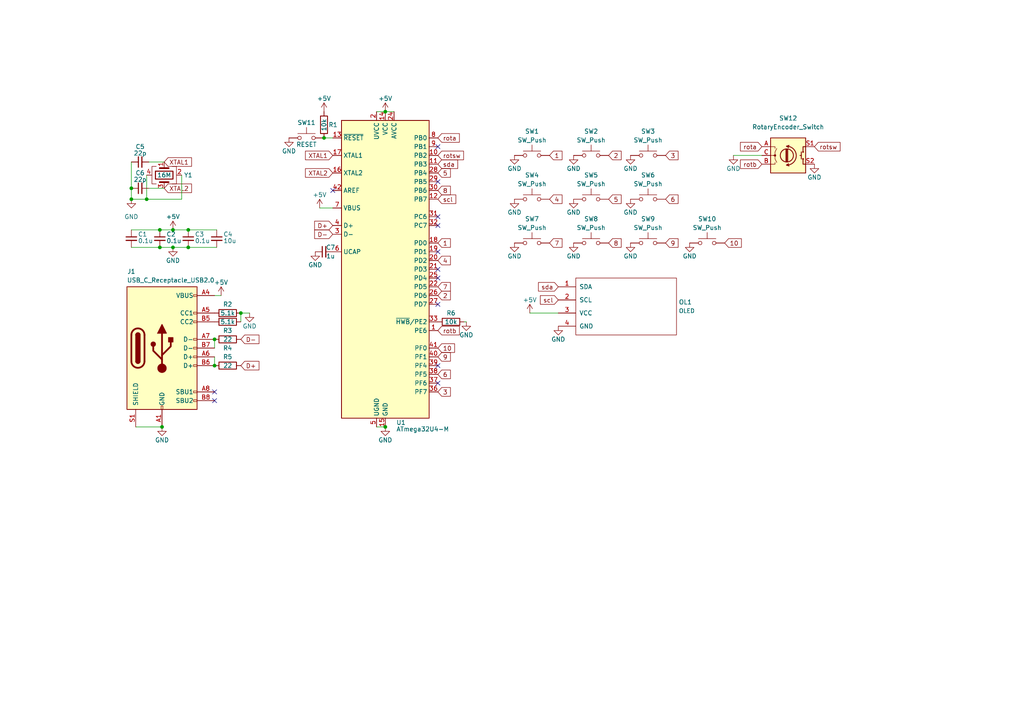
<source format=kicad_sch>
(kicad_sch (version 20211123) (generator eeschema)
  (paper "A4")
  (lib_symbols
    (symbol "42Keebs:OLED" (pin_names (offset 1.016))
      (property "Reference" "OL" (at 0 2.54 0))
      (property "Value" "OLED" (at 0 -1.27 0))
      (symbol "OLED_0_1"
        (rectangle (start -13.97 8.89) (end 15.24 -7.62))
      )
      (symbol "OLED_1_1"
        (pin bidirectional line (at -19.05 6.35 0) (length 5.08) (name "SDA") (number "1"))
        (pin bidirectional line (at -19.05 2.54 0) (length 5.08) (name "SCL") (number "2"))
        (pin power_in line (at -19.05 -1.27 0) (length 5.08) (name "VCC") (number "3"))
        (pin power_in line (at -19.05 -5.08 0) (length 5.08) (name "GND") (number "4"))
      )
    )
    (symbol "Connector:USB_C_Receptacle_USB2.0" (pin_names (offset 1.016))
      (property "Reference" "J" (at -10.16 19.05 0))
      (property "Value" "USB_C_Receptacle_USB2.0" (at 19.05 19.05 0))
      (symbol "USB_C_Receptacle_USB2.0_0_0"
        (rectangle (start -0.254 -17.78) (end 0.254 -16.764))
        (rectangle (start 10.16 -14.986) (end 9.144 -15.494))
        (rectangle (start 10.16 -12.446) (end 9.144 -12.954))
        (rectangle (start 10.16 -4.826) (end 9.144 -5.334))
        (rectangle (start 10.16 -2.286) (end 9.144 -2.794))
        (rectangle (start 10.16 0.254) (end 9.144 -0.254))
        (rectangle (start 10.16 2.794) (end 9.144 2.286))
        (rectangle (start 10.16 7.874) (end 9.144 7.366))
        (rectangle (start 10.16 10.414) (end 9.144 9.906))
        (rectangle (start 10.16 15.494) (end 9.144 14.986))
      )
      (symbol "USB_C_Receptacle_USB2.0_0_1"
        (rectangle (start -10.16 17.78) (end 10.16 -17.78) (stroke (width 0.254)) (fill (type background)))
        (arc (start -8.89 -3.81) (mid -6.985 -5.715) (end -5.08 -3.81) (stroke (width 0.508)))
        (arc (start -7.62 -3.81) (mid -6.985 -4.445) (end -6.35 -3.81) (stroke (width 0.254)))
        (arc (start -7.62 -3.81) (mid -6.985 -4.445) (end -6.35 -3.81) (stroke (width 0.254)) (fill (type outline)))
        (rectangle (start -7.62 -3.81) (end -6.35 3.81) (stroke (width 0.254)) (fill (type outline)))
        (arc (start -6.35 3.81) (mid -6.985 4.445) (end -7.62 3.81) (stroke (width 0.254)))
        (arc (start -6.35 3.81) (mid -6.985 4.445) (end -7.62 3.81) (stroke (width 0.254)) (fill (type outline)))
        (arc (start -5.08 3.81) (mid -6.985 5.715) (end -8.89 3.81) (stroke (width 0.508)))
        (circle (center -2.54 1.143) (radius 0.635) (stroke (width 0.254)) (fill (type outline)))
        (circle (center 0 -5.842) (radius 1.27) (fill (type outline)))
        (polyline (pts (xy -8.89 -3.81) (xy -8.89 3.81)) (stroke (width 0.508)))
        (polyline (pts (xy -5.08 3.81) (xy -5.08 -3.81)) (stroke (width 0.508)))
        (polyline (pts (xy 0 -5.842) (xy 0 4.318)) (stroke (width 0.508)))
        (polyline (pts (xy 0 -3.302) (xy -2.54 -0.762) (xy -2.54 0.508)) (stroke (width 0.508)))
        (polyline (pts (xy 0 -2.032) (xy 2.54 0.508) (xy 2.54 1.778)) (stroke (width 0.508)))
        (polyline (pts (xy -1.27 4.318) (xy 0 6.858) (xy 1.27 4.318) (xy -1.27 4.318)) (stroke (width 0.254)) (fill (type outline)))
        (rectangle (start 1.905 1.778) (end 3.175 3.048) (stroke (width 0.254)) (fill (type outline)))
      )
      (symbol "USB_C_Receptacle_USB2.0_1_1"
        (pin passive line (at 0 -22.86 90) (length 5.08) (name "GND") (number "A1"))
        (pin passive line (at 0 -22.86 90) (length 5.08) hide (name "GND") (number "A12"))
        (pin passive line (at 15.24 15.24 180) (length 5.08) (name "VBUS") (number "A4"))
        (pin bidirectional line (at 15.24 10.16 180) (length 5.08) (name "CC1") (number "A5"))
        (pin bidirectional line (at 15.24 -2.54 180) (length 5.08) (name "D+") (number "A6"))
        (pin bidirectional line (at 15.24 2.54 180) (length 5.08) (name "D-") (number "A7"))
        (pin bidirectional line (at 15.24 -12.7 180) (length 5.08) (name "SBU1") (number "A8"))
        (pin passive line (at 15.24 15.24 180) (length 5.08) hide (name "VBUS") (number "A9"))
        (pin passive line (at 0 -22.86 90) (length 5.08) hide (name "GND") (number "B1"))
        (pin passive line (at 0 -22.86 90) (length 5.08) hide (name "GND") (number "B12"))
        (pin passive line (at 15.24 15.24 180) (length 5.08) hide (name "VBUS") (number "B4"))
        (pin bidirectional line (at 15.24 7.62 180) (length 5.08) (name "CC2") (number "B5"))
        (pin bidirectional line (at 15.24 -5.08 180) (length 5.08) (name "D+") (number "B6"))
        (pin bidirectional line (at 15.24 0 180) (length 5.08) (name "D-") (number "B7"))
        (pin bidirectional line (at 15.24 -15.24 180) (length 5.08) (name "SBU2") (number "B8"))
        (pin passive line (at 15.24 15.24 180) (length 5.08) hide (name "VBUS") (number "B9"))
        (pin passive line (at -7.62 -22.86 90) (length 5.08) (name "SHIELD") (number "S1"))
      )
    )
    (symbol "Device:C_Small" (pin_numbers hide) (pin_names (offset 0.254) hide)
      (property "Reference" "C" (at 0.254 1.778 0))
      (property "Value" "C_Small" (at 0.254 -2.032 0))
      (symbol "C_Small_0_1"
        (polyline (pts (xy -1.524 -0.508) (xy 1.524 -0.508)) (stroke (width 0.3302)))
        (polyline (pts (xy -1.524 0.508) (xy 1.524 0.508)) (stroke (width 0.3048)))
      )
      (symbol "C_Small_1_1"
        (pin passive line (at 0 2.54 270) (length 2.032) (name "~") (number "1"))
        (pin passive line (at 0 -2.54 90) (length 2.032) (name "~") (number "2"))
      )
    )
    (symbol "Device:Crystal_GND24" (pin_names (offset 1.016) hide)
      (property "Reference" "Y" (at 3.175 5.08 0))
      (property "Value" "Crystal_GND24" (at 3.175 3.175 0))
      (symbol "Crystal_GND24_0_1"
        (rectangle (start -1.143 2.54) (end 1.143 -2.54) (stroke (width 0.3048)))
        (polyline (pts (xy -2.54 0) (xy -2.032 0)))
        (polyline (pts (xy -2.032 -1.27) (xy -2.032 1.27)) (stroke (width 0.508)))
        (polyline (pts (xy 0 -3.81) (xy 0 -3.556)))
        (polyline (pts (xy 0 3.556) (xy 0 3.81)))
        (polyline (pts (xy 2.032 -1.27) (xy 2.032 1.27)) (stroke (width 0.508)))
        (polyline (pts (xy 2.032 0) (xy 2.54 0)))
        (polyline (pts (xy -2.54 -2.286) (xy -2.54 -3.556) (xy 2.54 -3.556) (xy 2.54 -2.286)))
        (polyline (pts (xy -2.54 2.286) (xy -2.54 3.556) (xy 2.54 3.556) (xy 2.54 2.286)))
      )
      (symbol "Crystal_GND24_1_1"
        (pin passive line (at -3.81 0 0) (length 1.27) (name "1") (number "1"))
        (pin passive line (at 0 5.08 270) (length 1.27) (name "2") (number "2"))
        (pin passive line (at 3.81 0 180) (length 1.27) (name "3") (number "3"))
        (pin passive line (at 0 -5.08 90) (length 1.27) (name "4") (number "4"))
      )
    )
    (symbol "Device:R" (pin_numbers hide) (pin_names (offset 0))
      (property "Reference" "R" (at 2.032 0 90))
      (property "Value" "R" (at 0 0 90))
      (symbol "R_0_1"
        (rectangle (start -1.016 -2.54) (end 1.016 2.54) (stroke (width 0.254)))
      )
      (symbol "R_1_1"
        (pin passive line (at 0 3.81 270) (length 1.27) (name "~") (number "1"))
        (pin passive line (at 0 -3.81 90) (length 1.27) (name "~") (number "2"))
      )
    )
    (symbol "Device:RotaryEncoder_Switch" (pin_names (offset 0.254) hide)
      (property "Reference" "SW" (at 0 6.604 0))
      (property "Value" "RotaryEncoder_Switch" (at 0 -6.604 0))
      (symbol "RotaryEncoder_Switch_0_1"
        (rectangle (start -5.08 5.08) (end 5.08 -5.08) (stroke (width 0.254)) (fill (type background)))
        (circle (center -3.81 0) (radius 0.254) (fill (type outline)))
        (arc (start -0.381 -2.794) (mid 2.3622 -0.0508) (end -0.381 2.667) (stroke (width 0.254)))
        (circle (center -0.381 0) (radius 1.905) (stroke (width 0.254)))
        (polyline (pts (xy -0.635 -1.778) (xy -0.635 1.778)) (stroke (width 0.254)))
        (polyline (pts (xy -0.381 -1.778) (xy -0.381 1.778)) (stroke (width 0.254)))
        (polyline (pts (xy -0.127 1.778) (xy -0.127 -1.778)) (stroke (width 0.254)))
        (polyline (pts (xy 3.81 0) (xy 3.429 0)) (stroke (width 0.254)))
        (polyline (pts (xy 3.81 1.016) (xy 3.81 -1.016)) (stroke (width 0.254)))
        (polyline (pts (xy -5.08 -2.54) (xy -3.81 -2.54) (xy -3.81 -2.032)))
        (polyline (pts (xy -5.08 2.54) (xy -3.81 2.54) (xy -3.81 2.032)))
        (polyline (pts (xy 0.254 -3.048) (xy -0.508 -2.794) (xy 0.127 -2.413)) (stroke (width 0.254)))
        (polyline (pts (xy 0.254 2.921) (xy -0.508 2.667) (xy 0.127 2.286)) (stroke (width 0.254)))
        (polyline (pts (xy 5.08 -2.54) (xy 4.318 -2.54) (xy 4.318 -1.016)) (stroke (width 0.254)))
        (polyline (pts (xy 5.08 2.54) (xy 4.318 2.54) (xy 4.318 1.016)) (stroke (width 0.254)))
        (polyline (pts (xy -5.08 0) (xy -3.81 0) (xy -3.81 -1.016) (xy -3.302 -2.032)))
        (polyline (pts (xy -4.318 0) (xy -3.81 0) (xy -3.81 1.016) (xy -3.302 2.032)))
        (circle (center 4.318 -1.016) (radius 0.127) (stroke (width 0.254)))
        (circle (center 4.318 1.016) (radius 0.127) (stroke (width 0.254)))
      )
      (symbol "RotaryEncoder_Switch_1_1"
        (pin passive line (at -7.62 2.54 0) (length 2.54) (name "A") (number "A"))
        (pin passive line (at -7.62 -2.54 0) (length 2.54) (name "B") (number "B"))
        (pin passive line (at -7.62 0 0) (length 2.54) (name "C") (number "C"))
        (pin passive line (at 7.62 2.54 180) (length 2.54) (name "S1") (number "S1"))
        (pin passive line (at 7.62 -2.54 180) (length 2.54) (name "S2") (number "S2"))
      )
    )
    (symbol "MCU_Microchip_ATmega:ATmega32U4-M"
      (property "Reference" "U" (at -12.7 44.45 0))
      (property "Value" "ATmega32U4-M" (at 2.54 -44.45 0))
      (symbol "ATmega32U4-M_0_1"
        (rectangle (start -12.7 -43.18) (end 12.7 43.18) (stroke (width 0.254)) (fill (type background)))
      )
      (symbol "ATmega32U4-M_1_1"
        (pin bidirectional line (at 15.24 -17.78 180) (length 2.54) (name "PE6") (number "1"))
        (pin bidirectional line (at 15.24 33.02 180) (length 2.54) (name "PB2") (number "10"))
        (pin bidirectional line (at 15.24 30.48 180) (length 2.54) (name "PB3") (number "11"))
        (pin bidirectional line (at 15.24 20.32 180) (length 2.54) (name "PB7") (number "12"))
        (pin input line (at -15.24 38.1 0) (length 2.54) (name "~{RESET}") (number "13"))
        (pin power_in line (at 0 45.72 270) (length 2.54) (name "VCC") (number "14"))
        (pin power_in line (at 0 -45.72 90) (length 2.54) (name "GND") (number "15"))
        (pin output line (at -15.24 27.94 0) (length 2.54) (name "XTAL2") (number "16"))
        (pin input line (at -15.24 33.02 0) (length 2.54) (name "XTAL1") (number "17"))
        (pin bidirectional line (at 15.24 7.62 180) (length 2.54) (name "PD0") (number "18"))
        (pin bidirectional line (at 15.24 5.08 180) (length 2.54) (name "PD1") (number "19"))
        (pin power_in line (at -2.54 45.72 270) (length 2.54) (name "UVCC") (number "2"))
        (pin bidirectional line (at 15.24 2.54 180) (length 2.54) (name "PD2") (number "20"))
        (pin bidirectional line (at 15.24 0 180) (length 2.54) (name "PD3") (number "21"))
        (pin bidirectional line (at 15.24 -5.08 180) (length 2.54) (name "PD5") (number "22"))
        (pin passive line (at 0 -45.72 90) (length 2.54) hide (name "GND") (number "23"))
        (pin power_in line (at 2.54 45.72 270) (length 2.54) (name "AVCC") (number "24"))
        (pin bidirectional line (at 15.24 -2.54 180) (length 2.54) (name "PD4") (number "25"))
        (pin bidirectional line (at 15.24 -7.62 180) (length 2.54) (name "PD6") (number "26"))
        (pin bidirectional line (at 15.24 -10.16 180) (length 2.54) (name "PD7") (number "27"))
        (pin bidirectional line (at 15.24 27.94 180) (length 2.54) (name "PB4") (number "28"))
        (pin bidirectional line (at 15.24 25.4 180) (length 2.54) (name "PB5") (number "29"))
        (pin bidirectional line (at -15.24 10.16 0) (length 2.54) (name "D-") (number "3"))
        (pin bidirectional line (at 15.24 22.86 180) (length 2.54) (name "PB6") (number "30"))
        (pin bidirectional line (at 15.24 15.24 180) (length 2.54) (name "PC6") (number "31"))
        (pin bidirectional line (at 15.24 12.7 180) (length 2.54) (name "PC7") (number "32"))
        (pin bidirectional line (at 15.24 -15.24 180) (length 2.54) (name "~{HWB}/PE2") (number "33"))
        (pin passive line (at 0 45.72 270) (length 2.54) hide (name "VCC") (number "34"))
        (pin passive line (at 0 -45.72 90) (length 2.54) hide (name "GND") (number "35"))
        (pin bidirectional line (at 15.24 -35.56 180) (length 2.54) (name "PF7") (number "36"))
        (pin bidirectional line (at 15.24 -33.02 180) (length 2.54) (name "PF6") (number "37"))
        (pin bidirectional line (at 15.24 -30.48 180) (length 2.54) (name "PF5") (number "38"))
        (pin bidirectional line (at 15.24 -27.94 180) (length 2.54) (name "PF4") (number "39"))
        (pin bidirectional line (at -15.24 12.7 0) (length 2.54) (name "D+") (number "4"))
        (pin bidirectional line (at 15.24 -25.4 180) (length 2.54) (name "PF1") (number "40"))
        (pin bidirectional line (at 15.24 -22.86 180) (length 2.54) (name "PF0") (number "41"))
        (pin passive line (at -15.24 22.86 0) (length 2.54) (name "AREF") (number "42"))
        (pin passive line (at 0 -45.72 90) (length 2.54) hide (name "GND") (number "43"))
        (pin passive line (at 2.54 45.72 270) (length 2.54) hide (name "AVCC") (number "44"))
        (pin passive line (at 0 -45.72 90) (length 2.54) hide (name "GND") (number "45"))
        (pin passive line (at -2.54 -45.72 90) (length 2.54) (name "UGND") (number "5"))
        (pin passive line (at -15.24 5.08 0) (length 2.54) (name "UCAP") (number "6"))
        (pin input line (at -15.24 17.78 0) (length 2.54) (name "VBUS") (number "7"))
        (pin bidirectional line (at 15.24 38.1 180) (length 2.54) (name "PB0") (number "8"))
        (pin bidirectional line (at 15.24 35.56 180) (length 2.54) (name "PB1") (number "9"))
      )
    )
    (symbol "Switch:SW_Push" (pin_numbers hide) (pin_names (offset 1.016) hide)
      (property "Reference" "SW" (at 1.27 2.54 0))
      (property "Value" "SW_Push" (at 0 -1.524 0))
      (symbol "SW_Push_0_1"
        (circle (center -2.032 0) (radius 0.508))
        (polyline (pts (xy 0 1.27) (xy 0 3.048)))
        (polyline (pts (xy 2.54 1.27) (xy -2.54 1.27)))
        (circle (center 2.032 0) (radius 0.508))
        (pin passive line (at -5.08 0 0) (length 2.54) (name "1") (number "1"))
        (pin passive line (at 5.08 0 180) (length 2.54) (name "2") (number "2"))
      )
    )
    (symbol "power:+5V" (power) (pin_names (offset 0))
      (property "Value" "+5V" (at 0 3.556 0))
      (symbol "+5V_0_1"
        (polyline (pts (xy -0.762 1.27) (xy 0 2.54)))
        (polyline (pts (xy 0 0) (xy 0 2.54)))
        (polyline (pts (xy 0 2.54) (xy 0.762 1.27)))
      )
      (symbol "+5V_1_1"
        (pin power_in line (at 0 0 90) (length 0) hide (name "+5V") (number "1"))
      )
    )
    (symbol "power:GND" (power) (pin_names (offset 0))
      (property "Value" "GND" (at 0 -3.81 0))
      (symbol "GND_0_1"
        (polyline (pts (xy 0 0) (xy 0 -1.27) (xy 1.27 -1.27) (xy 0 -2.54) (xy -1.27 -1.27) (xy 0 -1.27)))
      )
      (symbol "GND_1_1"
        (pin power_in line (at 0 0 270) (length 0) hide (name "GND") (number "1"))
      )
    )
  )
  (junction (at 38.1 54.61))
  (junction (at 46.355 66.675))
  (junction (at 46.355 71.755))
  (junction (at 111.76 32.385))
  (junction (at 69.85 90.805))
  (junction (at 62.23 98.425))
  (junction (at 46.99 123.825))
  (junction (at 42.545 57.785))
  (junction (at 38.1 57.785))
  (junction (at 54.61 71.755))
  (junction (at 54.61 66.675))
  (junction (at 50.165 71.755))
  (junction (at 111.76 123.825))
  (junction (at 93.98 40.005))
  (junction (at 62.23 106.045))
  (junction (at 50.165 66.675))
  (no_connect (at 96.52 55.245))
  (no_connect (at 127 111.125))
  (no_connect (at 127 42.545))
  (no_connect (at 127 52.705))
  (no_connect (at 127 88.265))
  (no_connect (at 127 73.025))
  (no_connect (at 127 80.645))
  (no_connect (at 62.23 116.205))
  (no_connect (at 62.23 113.665))
  (no_connect (at 127 65.405))
  (no_connect (at 127 62.865))
  (no_connect (at 127 106.045))
  (no_connect (at 127 78.105))
  (wire (pts (xy 50.165 71.755) (xy 54.61 71.755)))
  (wire (pts (xy 62.23 98.425) (xy 62.23 100.965)))
  (wire (pts (xy 52.705 57.785) (xy 52.705 50.8)))
  (wire (pts (xy 64.135 85.725) (xy 62.23 85.725)))
  (wire (pts (xy 109.22 32.385) (xy 111.76 32.385)))
  (wire (pts (xy 109.22 123.825) (xy 111.76 123.825)))
  (wire (pts (xy 50.165 66.675) (xy 54.61 66.675)))
  (wire (pts (xy 46.355 66.675) (xy 50.165 66.675)))
  (wire (pts (xy 42.545 57.785) (xy 38.1 57.785)))
  (wire (pts (xy 54.61 66.675) (xy 62.865 66.675)))
  (wire (pts (xy 62.23 103.505) (xy 62.23 106.045)))
  (wire (pts (xy 38.1 71.755) (xy 46.355 71.755)))
  (wire (pts (xy 93.98 40.005) (xy 96.52 40.005)))
  (wire (pts (xy 69.85 90.805) (xy 72.39 90.805)))
  (wire (pts (xy 42.545 57.785) (xy 52.705 57.785)))
  (wire (pts (xy 92.71 60.325) (xy 96.52 60.325)))
  (wire (pts (xy 38.1 66.675) (xy 46.355 66.675)))
  (wire (pts (xy 43.18 54.61) (xy 47.625 54.61)))
  (wire (pts (xy 46.355 71.755) (xy 50.165 71.755)))
  (wire (pts (xy 135.255 93.345) (xy 134.62 93.345)))
  (wire (pts (xy 42.545 50.8) (xy 42.545 57.785)))
  (wire (pts (xy 111.76 32.385) (xy 114.3 32.385)))
  (wire (pts (xy 69.85 90.805) (xy 69.85 93.345)))
  (wire (pts (xy 212.725 45.085) (xy 220.98 45.085)))
  (wire (pts (xy 43.18 46.99) (xy 47.625 46.99)))
  (wire (pts (xy 153.67 90.805) (xy 161.925 90.805)))
  (wire (pts (xy 39.37 123.825) (xy 46.99 123.825)))
  (wire (pts (xy 54.61 71.755) (xy 62.865 71.755)))
  (wire (pts (xy 38.1 54.61) (xy 38.1 57.785)))
  (wire (pts (xy 38.1 46.99) (xy 38.1 54.61)))
  (global_label "D+" (shape input) (at 69.85 106.045 0) (property "Intersheet References" "${INTERSHEET_REFS}" (effects hide)))
  (global_label "6" (shape input) (at 127 108.585 0) (property "Intersheet References" "${INTERSHEET_REFS}" (effects hide)))
  (global_label "2" (shape input) (at 176.53 45.085 0) (property "Intersheet References" "${INTERSHEET_REFS}" (effects hide)))
  (global_label "D+" (shape input) (at 96.52 65.405 180) (property "Intersheet References" "${INTERSHEET_REFS}" (effects hide)))
  (global_label "5" (shape input) (at 127 50.165 0) (property "Intersheet References" "${INTERSHEET_REFS}" (effects hide)))
  (global_label "scl" (shape input) (at 161.925 86.995 180) (property "Intersheet References" "${INTERSHEET_REFS}" (effects hide)))
  (global_label "9" (shape input) (at 127 103.505 0) (property "Intersheet References" "${INTERSHEET_REFS}" (effects hide)))
  (global_label "8" (shape input) (at 176.53 70.485 0) (property "Intersheet References" "${INTERSHEET_REFS}" (effects hide)))
  (global_label "rotsw" (shape input) (at 127 45.085 0) (property "Intersheet References" "${INTERSHEET_REFS}" (effects hide)))
  (global_label "2" (shape input) (at 127 85.725 0) (property "Intersheet References" "${INTERSHEET_REFS}" (effects hide)))
  (global_label "sda" (shape input) (at 161.925 83.185 180) (property "Intersheet References" "${INTERSHEET_REFS}" (effects hide)))
  (global_label "6" (shape input) (at 193.04 57.785 0) (property "Intersheet References" "${INTERSHEET_REFS}" (effects hide)))
  (global_label "XTAL2" (shape input) (at 47.625 54.61 0) (property "Intersheet References" "${INTERSHEET_REFS}" (effects hide)))
  (global_label "5" (shape input) (at 176.53 57.785 0) (property "Intersheet References" "${INTERSHEET_REFS}" (effects hide)))
  (global_label "10" (shape input) (at 210.185 70.485 0) (property "Intersheet References" "${INTERSHEET_REFS}" (effects hide)))
  (global_label "7" (shape input) (at 127 83.185 0) (property "Intersheet References" "${INTERSHEET_REFS}" (effects hide)))
  (global_label "D-" (shape input) (at 96.52 67.945 180) (property "Intersheet References" "${INTERSHEET_REFS}" (effects hide)))
  (global_label "scl" (shape input) (at 127 57.785 0) (property "Intersheet References" "${INTERSHEET_REFS}" (effects hide)))
  (global_label "9" (shape input) (at 193.04 70.485 0) (property "Intersheet References" "${INTERSHEET_REFS}" (effects hide)))
  (global_label "4" (shape input) (at 159.385 57.785 0) (property "Intersheet References" "${INTERSHEET_REFS}" (effects hide)))
  (global_label "XTAL1" (shape input) (at 47.625 46.99 0) (property "Intersheet References" "${INTERSHEET_REFS}" (effects hide)))
  (global_label "sda" (shape input) (at 127 47.625 0) (property "Intersheet References" "${INTERSHEET_REFS}" (effects hide)))
  (global_label "4" (shape input) (at 127 75.565 0) (property "Intersheet References" "${INTERSHEET_REFS}" (effects hide)))
  (global_label "D-" (shape input) (at 69.85 98.425 0) (property "Intersheet References" "${INTERSHEET_REFS}" (effects hide)))
  (global_label "3" (shape input) (at 127 113.665 0) (property "Intersheet References" "${INTERSHEET_REFS}" (effects hide)))
  (global_label "rotb" (shape input) (at 220.98 47.625 180) (property "Intersheet References" "${INTERSHEET_REFS}" (effects hide)))
  (global_label "XTAL1" (shape input) (at 96.52 45.085 180) (property "Intersheet References" "${INTERSHEET_REFS}" (effects hide)))
  (global_label "rota" (shape input) (at 127 40.005 0) (property "Intersheet References" "${INTERSHEET_REFS}" (effects hide)))
  (global_label "1" (shape input) (at 127 70.485 0) (property "Intersheet References" "${INTERSHEET_REFS}" (effects hide)))
  (global_label "10" (shape input) (at 127 100.965 0) (property "Intersheet References" "${INTERSHEET_REFS}" (effects hide)))
  (global_label "7" (shape input) (at 159.385 70.485 0) (property "Intersheet References" "${INTERSHEET_REFS}" (effects hide)))
  (global_label "rotsw" (shape input) (at 236.22 42.545 0) (property "Intersheet References" "${INTERSHEET_REFS}" (effects hide)))
  (global_label "rotb" (shape input) (at 127 95.885 0) (property "Intersheet References" "${INTERSHEET_REFS}" (effects hide)))
  (global_label "3" (shape input) (at 193.04 45.085 0) (property "Intersheet References" "${INTERSHEET_REFS}" (effects hide)))
  (global_label "8" (shape input) (at 127 55.245 0) (property "Intersheet References" "${INTERSHEET_REFS}" (effects hide)))
  (global_label "rota" (shape input) (at 220.98 42.545 180) (property "Intersheet References" "${INTERSHEET_REFS}" (effects hide)))
  (global_label "XTAL2" (shape input) (at 96.52 50.165 180) (property "Intersheet References" "${INTERSHEET_REFS}" (effects hide)))
  (global_label "1" (shape input) (at 159.385 45.085 0) (property "Intersheet References" "${INTERSHEET_REFS}" (effects hide)))
  (symbol (lib_id "power:GND") (at 236.22 47.625 0) (unit 1)
    (property "Reference" "#PWR0125" (effects hide))
    (property "Value" "GND" (at 236.22 51.435 0))
  )
  (symbol (lib_id "Switch:SW_Push") (at 154.305 45.085 0) (unit 1)
    (property "Reference" "SW1" (at 154.305 38.1 0))
    (property "Value" "SW_Push" (at 154.305 40.64 0))
    (property "Footprint" "Switch_Keyboard_Hotswap_Kailh:SW_Hotswap_Kailh_MX_1.00u" (effects hide))
  )
  (symbol (lib_id "Device:C_Small") (at 38.1 69.215 0) (unit 1)
    (property "Reference" "C1" (at 40.005 67.945 0) (effects (justify left)))
    (property "Value" "0.1u" (at 40.005 69.85 0) (effects (justify left)))
    (property "Footprint" "Capacitor_SMD:C_0805_2012Metric" (effects hide))
  )
  (symbol (lib_id "power:GND") (at 161.925 94.615 0) (unit 1)
    (property "Reference" "#PWR0126" (effects hide))
    (property "Value" "GND" (at 161.925 98.425 0))
  )
  (symbol (lib_id "power:GND") (at 212.725 45.085 0) (unit 1)
    (property "Reference" "#PWR0124" (effects hide))
    (property "Value" "GND" (at 212.725 48.895 0))
  )
  (symbol (lib_id "Switch:SW_Push") (at 154.305 70.485 0) (unit 1)
    (property "Reference" "SW7" (at 154.305 63.5 0))
    (property "Value" "SW_Push" (at 154.305 66.04 0))
    (property "Footprint" "Switch_Keyboard_Hotswap_Kailh:SW_Hotswap_Kailh_MX_1.00u" (effects hide))
  )
  (symbol (lib_id "power:+5V") (at 92.71 60.325 0) (unit 1)
    (property "Reference" "#PWR0111" (effects hide))
    (property "Value" "+5V" (at 92.71 56.515 0))
  )
  (symbol (lib_id "power:GND") (at 182.88 57.785 0) (unit 1)
    (property "Reference" "#PWR0119" (effects hide))
    (property "Value" "GND" (at 182.88 61.595 0))
  )
  (symbol (lib_id "power:GND") (at 182.88 70.485 0) (unit 1)
    (property "Reference" "#PWR0120" (effects hide))
    (property "Value" "GND" (at 182.88 74.295 0))
  )
  (symbol (lib_id "power:GND") (at 149.225 57.785 0) (unit 1)
    (property "Reference" "#PWR0118" (effects hide))
    (property "Value" "GND" (at 149.225 61.595 0))
  )
  (symbol (lib_id "MCU_Microchip_ATmega:ATmega32U4-M") (at 111.76 78.105 0) (unit 1)
    (property "Reference" "U1" (at 114.935 122.555 0) (effects (justify left)))
    (property "Value" "ATmega32U4-M" (at 114.935 124.46 0) (effects (justify left)))
    (property "Footprint" "Package_DFN_QFN:QFN-44-1EP_7x7mm_P0.5mm_EP5.2x5.2mm" (effects hide))
    (property "Datasheet" "http://ww1.microchip.com/downloads/en/DeviceDoc/Atmel-7766-8-bit-AVR-ATmega16U4-32U4_Datasheet.pdf" (effects hide))
  )
  (symbol (lib_id "Device:C_Small") (at 54.61 69.215 0) (unit 1)
    (property "Reference" "C3" (at 56.515 67.945 0) (effects (justify left)))
    (property "Value" "0.1u" (at 56.515 69.85 0) (effects (justify left)))
    (property "Footprint" "Capacitor_SMD:C_0805_2012Metric" (effects hide))
  )
  (symbol (lib_id "power:GND") (at 166.37 57.785 0) (unit 1)
    (property "Reference" "#PWR0117" (effects hide))
    (property "Value" "GND" (at 166.37 61.595 0))
  )
  (symbol (lib_id "power:GND") (at 135.255 93.345 0) (unit 1)
    (property "Reference" "#PWR0112" (effects hide))
    (property "Value" "GND" (at 135.255 97.155 0))
  )
  (symbol (lib_id "Device:R") (at 130.81 93.345 90) (unit 1)
    (property "Reference" "R6" (at 130.81 90.805 90))
    (property "Value" "10k" (at 130.81 93.345 90))
    (property "Footprint" "Resistor_SMD:R_0805_2012Metric" (effects hide))
  )
  (symbol (lib_id "power:GND") (at 200.025 70.485 0) (unit 1)
    (property "Reference" "#PWR0123" (effects hide))
    (property "Value" "GND" (at 200.025 74.295 0))
  )
  (symbol (lib_id "Switch:SW_Push") (at 171.45 45.085 0) (unit 1)
    (property "Reference" "SW2" (at 171.45 38.1 0))
    (property "Value" "SW_Push" (at 171.45 40.64 0))
    (property "Footprint" "Switch_Keyboard_Hotswap_Kailh:SW_Hotswap_Kailh_MX_1.00u" (effects hide))
  )
  (symbol (lib_id "power:+5V") (at 93.98 32.385 0) (unit 1)
    (property "Reference" "#PWR0109" (effects hide))
    (property "Value" "+5V" (at 93.98 28.575 0))
  )
  (symbol (lib_id "Switch:SW_Push") (at 187.96 70.485 0) (unit 1)
    (property "Reference" "SW9" (at 187.96 63.5 0))
    (property "Value" "SW_Push" (at 187.96 66.04 0))
    (property "Footprint" "Switch_Keyboard_Hotswap_Kailh:SW_Hotswap_Kailh_MX_1.00u" (effects hide))
  )
  (symbol (lib_id "Switch:SW_Push") (at 154.305 57.785 0) (unit 1)
    (property "Reference" "SW4" (at 154.305 50.8 0))
    (property "Value" "SW_Push" (at 154.305 53.34 0))
    (property "Footprint" "Switch_Keyboard_Hotswap_Kailh:SW_Hotswap_Kailh_MX_1.00u" (effects hide))
  )
  (symbol (lib_id "Device:RotaryEncoder_Switch") (at 228.6 45.085 0) (unit 1)
    (property "Reference" "SW12" (at 228.6 34.29 0))
    (property "Value" "RotaryEncoder_Switch" (at 228.6 36.83 0))
    (property "Footprint" "Rotary_Encoder:RotaryEncoder_Alps_EC11E-Switch_Vertical_H20mm" (effects hide))
  )
  (symbol (lib_id "Switch:SW_Push") (at 88.9 40.005 0) (unit 1)
    (property "Reference" "SW11" (at 88.9 35.56 0))
    (property "Value" "RESET" (at 88.9 41.91 0))
    (property "Footprint" "Button_Switch_SMD:SW_SPST_PTS645" (effects hide))
  )
  (symbol (lib_id "power:GND") (at 149.225 45.085 0) (unit 1)
    (property "Reference" "#PWR0121" (effects hide))
    (property "Value" "GND" (at 149.225 48.895 0))
  )
  (symbol (lib_id "Device:R") (at 66.04 93.345 90) (unit 1)
    (property "Reference" "R3" (at 66.04 95.885 90))
    (property "Value" "5.1k" (at 66.04 93.345 90))
    (property "Footprint" "Resistor_SMD:R_0805_2012Metric" (effects hide))
  )
  (symbol (lib_id "Switch:SW_Push") (at 187.96 57.785 0) (unit 1)
    (property "Reference" "SW6" (at 187.96 50.8 0))
    (property "Value" "SW_Push" (at 187.96 53.34 0))
    (property "Footprint" "Switch_Keyboard_Hotswap_Kailh:SW_Hotswap_Kailh_MX_1.00u" (effects hide))
  )
  (symbol (lib_id "power:GND") (at 166.37 70.485 0) (unit 1)
    (property "Reference" "#PWR0115" (effects hide))
    (property "Value" "GND" (at 166.37 74.295 0))
  )
  (symbol (lib_id "power:+5V") (at 111.76 32.385 0) (unit 1)
    (property "Reference" "#PWR0108" (effects hide))
    (property "Value" "+5V" (at 111.76 28.575 0))
  )
  (symbol (lib_id "Switch:SW_Push") (at 171.45 57.785 0) (unit 1)
    (property "Reference" "SW5" (at 171.45 50.8 0))
    (property "Value" "SW_Push" (at 171.45 53.34 0))
    (property "Footprint" "Switch_Keyboard_Hotswap_Kailh:SW_Hotswap_Kailh_MX_1.00u" (effects hide))
  )
  (symbol (lib_id "power:GND") (at 111.76 123.825 0) (unit 1)
    (property "Reference" "#PWR0113" (effects hide))
    (property "Value" "GND" (at 111.76 127.635 0))
  )
  (symbol (lib_id "Connector:USB_C_Receptacle_USB2.0") (at 46.99 100.965 0) (unit 1)
    (property "Reference" "J1" (at 38.1 78.74 0))
    (property "Value" "USB_C_Receptacle_USB2.0" (at 49.53 81.28 0))
    (property "Footprint" "Connector_USB:USB_C_Receptacle_XKB_U262-16XN-4BVC11" (effects hide))
    (property "Datasheet" "https://www.usb.org/sites/default/files/documents/usb_type-c.zip" (effects hide))
  )
  (symbol (lib_id "Device:R") (at 66.04 106.045 90) (unit 1)
    (property "Reference" "R5" (at 66.04 103.505 90))
    (property "Value" "22" (at 66.04 106.045 90))
    (property "Footprint" "Resistor_SMD:R_0805_2012Metric" (effects hide))
  )
  (symbol (lib_id "Device:C_Small") (at 93.98 73.025 90) (unit 1)
    (property "Reference" "C7" (at 95.885 71.755 90))
    (property "Value" "1u" (at 95.885 74.295 90))
    (property "Footprint" "Capacitor_SMD:C_0805_2012Metric" (effects hide))
  )
  (symbol (lib_id "Device:C_Small") (at 62.865 69.215 0) (unit 1)
    (property "Reference" "C4" (at 64.77 67.945 0) (effects (justify left)))
    (property "Value" "10u" (at 64.77 69.85 0) (effects (justify left)))
    (property "Footprint" "Capacitor_SMD:C_0805_2012Metric" (effects hide))
  )
  (symbol (lib_id "power:+5V") (at 64.135 85.725 0) (unit 1)
    (property "Reference" "#PWR0104" (effects hide))
    (property "Value" "+5V" (at 64.135 81.915 0))
  )
  (symbol (lib_id "power:+5V") (at 153.67 90.805 0) (unit 1)
    (property "Reference" "#PWR0127" (effects hide))
    (property "Value" "+5V" (at 153.67 86.995 0))
  )
  (symbol (lib_id "Device:C_Small") (at 40.64 54.61 90) (unit 1)
    (property "Reference" "C6" (at 40.64 50.165 90))
    (property "Value" "22p" (at 40.64 52.07 90))
    (property "Footprint" "Capacitor_SMD:C_0805_2012Metric" (effects hide))
  )
  (symbol (lib_id "power:GND") (at 166.37 45.085 0) (unit 1)
    (property "Reference" "#PWR0114" (effects hide))
    (property "Value" "GND" (at 166.37 48.895 0))
  )
  (symbol (lib_id "Device:C_Small") (at 46.355 69.215 0) (unit 1)
    (property "Reference" "C2" (at 48.26 67.945 0) (effects (justify left)))
    (property "Value" "0.1u" (at 48.26 69.85 0) (effects (justify left)))
    (property "Footprint" "Capacitor_SMD:C_0805_2012Metric" (effects hide))
  )
  (symbol (lib_id "Switch:SW_Push") (at 205.105 70.485 0) (unit 1)
    (property "Reference" "SW10" (at 205.105 63.5 0))
    (property "Value" "SW_Push" (at 205.105 66.04 0))
    (property "Footprint" "Switch_Keyboard_Hotswap_Kailh:SW_Hotswap_Kailh_MX_1.00u" (effects hide))
  )
  (symbol (lib_id "power:GND") (at 38.1 57.785 0) (unit 1)
    (property "Reference" "#PWR0102" (effects hide))
    (property "Value" "GND" (at 38.1 62.865 0))
  )
  (symbol (lib_id "Device:R") (at 66.04 98.425 90) (unit 1)
    (property "Reference" "R4" (at 66.04 100.965 90))
    (property "Value" "22" (at 66.04 98.425 90))
    (property "Footprint" "Resistor_SMD:R_0805_2012Metric" (effects hide))
  )
  (symbol (lib_id "Switch:SW_Push") (at 187.96 45.085 0) (unit 1)
    (property "Reference" "SW3" (at 187.96 38.1 0))
    (property "Value" "SW_Push" (at 187.96 40.64 0))
    (property "Footprint" "Switch_Keyboard_Hotswap_Kailh:SW_Hotswap_Kailh_MX_1.00u" (effects hide))
  )
  (symbol (lib_id "power:GND") (at 91.44 73.025 0) (unit 1)
    (property "Reference" "#PWR0110" (effects hide))
    (property "Value" "GND" (at 91.44 76.835 0))
  )
  (symbol (lib_id "power:GND") (at 149.225 70.485 0) (unit 1)
    (property "Reference" "#PWR0116" (effects hide))
    (property "Value" "GND" (at 149.225 74.295 0))
  )
  (symbol (lib_id "Device:R") (at 66.04 90.805 90) (unit 1)
    (property "Reference" "R2" (at 66.04 88.265 90))
    (property "Value" "5.1k" (at 66.04 90.805 90))
    (property "Footprint" "Resistor_SMD:R_0805_2012Metric" (effects hide))
  )
  (symbol (lib_id "power:GND") (at 83.82 40.005 0) (unit 1)
    (property "Reference" "#PWR0107" (effects hide))
    (property "Value" "GND" (at 83.82 43.815 0))
  )
  (symbol (lib_id "Device:R") (at 93.98 36.195 0) (unit 1)
    (property "Reference" "R1" (at 95.25 36.195 0) (effects (justify left)))
    (property "Value" "10k" (at 93.98 38.1 90) (effects (justify left)))
    (property "Footprint" "Resistor_SMD:R_0805_2012Metric" (effects hide))
  )
  (symbol (lib_id "Device:Crystal_GND24") (at 47.625 50.8 270) (unit 1)
    (property "Reference" "Y1" (at 54.61 50.8 90))
    (property "Value" "16M" (at 47.625 50.8 90))
    (property "Footprint" "Crystal:Crystal_SMD_3225-4Pin_3.2x2.5mm" (effects hide))
  )
  (symbol (lib_id "power:GND") (at 50.165 71.755 0) (unit 1)
    (property "Reference" "#PWR0103" (effects hide))
    (property "Value" "GND" (at 50.165 75.565 0))
  )
  (symbol (lib_id "power:GND") (at 46.99 123.825 0) (unit 1)
    (property "Reference" "#PWR0106" (effects hide))
    (property "Value" "GND" (at 46.99 127.635 0))
  )
  (symbol (lib_id "42Keebs:OLED") (at 180.975 89.535 0) (unit 1)
    (property "Reference" "OL1" (at 196.85 87.63 0) (effects (font (size 1.2954 1.2954)) (justify left)))
    (property "Value" "OLED" (at 196.85 90.17 0) (effects (font (size 1.1938 1.1938)) (justify left)))
    (property "Footprint" "42keebs:OLED_v2.1" (effects hide))
  )
  (symbol (lib_id "Device:C_Small") (at 40.64 46.99 90) (unit 1)
    (property "Reference" "C5" (at 40.64 42.545 90))
    (property "Value" "22p" (at 40.64 44.45 90))
    (property "Footprint" "Capacitor_SMD:C_0805_2012Metric" (effects hide))
  )
  (symbol (lib_id "power:GND") (at 182.88 45.085 0) (unit 1)
    (property "Reference" "#PWR0122" (effects hide))
    (property "Value" "GND" (at 182.88 48.895 0))
  )
  (symbol (lib_id "Switch:SW_Push") (at 171.45 70.485 0) (unit 1)
    (property "Reference" "SW8" (at 171.45 63.5 0))
    (property "Value" "SW_Push" (at 171.45 66.04 0))
    (property "Footprint" "Switch_Keyboard_Hotswap_Kailh:SW_Hotswap_Kailh_MX_1.00u" (effects hide))
  )
  (symbol (lib_id "power:GND") (at 72.39 90.805 0) (unit 1)
    (property "Reference" "#PWR0105" (effects hide))
    (property "Value" "GND" (at 72.39 94.615 0))
  )
  (symbol (lib_id "power:+5V") (at 50.165 66.675 0) (unit 1)
    (property "Reference" "#PWR0101" (effects hide))
    (property "Value" "+5V" (at 50.165 62.865 0))
  )
)
</source>
